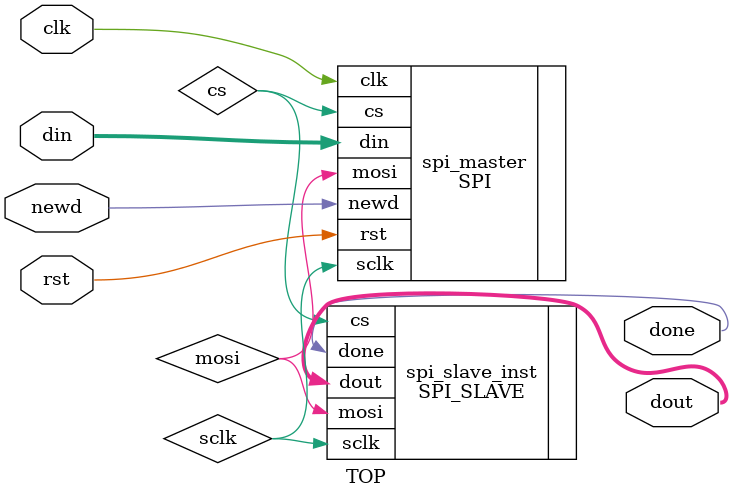
<source format=sv>
`include "spi_my.sv"
`include "spi_slave.sv"

module TOP (
    input          clk,
    input          rst,
    input         newd,
    input  [11:0]  din,
    output [11:0] dout,
    output        done
  );

  wire        sclk;
  wire        mosi;
  wire         cs;

  SPI spi_master (
        .clk   (clk),
        .rst   (rst),
        .newd (newd),
        .din   (din),
        .sclk (sclk),
        .mosi (mosi),
        .cs     (cs)
      );

  SPI_SLAVE spi_slave_inst (
              .sclk (sclk),
              .cs     (cs),
              .mosi (mosi),
              .dout (dout),
              .done (done)
            );


endmodule

</source>
